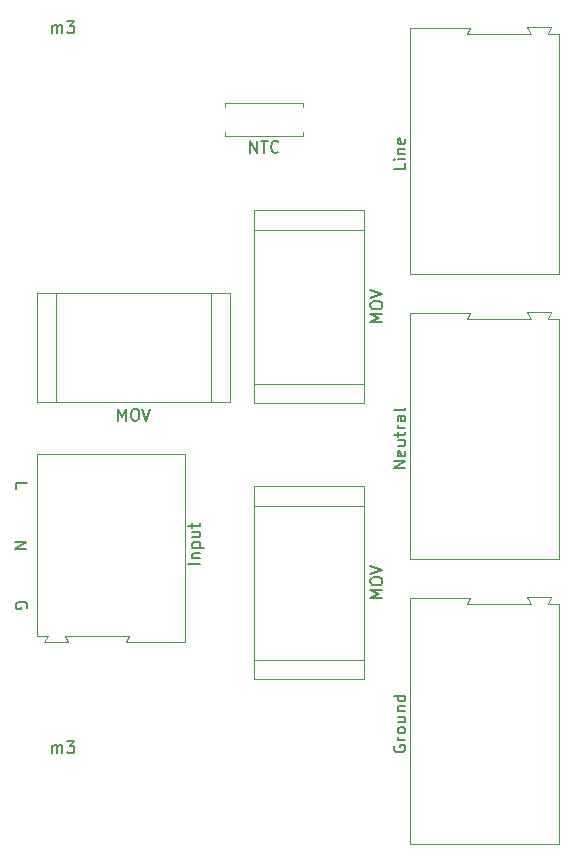
<source format=gbr>
%TF.GenerationSoftware,KiCad,Pcbnew,(5.1.10)-1*%
%TF.CreationDate,2021-10-01T01:20:56-04:00*%
%TF.ProjectId,Circuit Protector,43697263-7569-4742-9050-726f74656374,rev?*%
%TF.SameCoordinates,Original*%
%TF.FileFunction,Legend,Top*%
%TF.FilePolarity,Positive*%
%FSLAX46Y46*%
G04 Gerber Fmt 4.6, Leading zero omitted, Abs format (unit mm)*
G04 Created by KiCad (PCBNEW (5.1.10)-1) date 2021-10-01 01:20:56*
%MOMM*%
%LPD*%
G01*
G04 APERTURE LIST*
%ADD10C,0.150000*%
%ADD11C,0.120000*%
G04 APERTURE END LIST*
D10*
X165092000Y-121165904D02*
X165139619Y-121070666D01*
X165139619Y-120927809D01*
X165092000Y-120784952D01*
X164996761Y-120689714D01*
X164901523Y-120642095D01*
X164711047Y-120594476D01*
X164568190Y-120594476D01*
X164377714Y-120642095D01*
X164282476Y-120689714D01*
X164187238Y-120784952D01*
X164139619Y-120927809D01*
X164139619Y-121023047D01*
X164187238Y-121165904D01*
X164234857Y-121213523D01*
X164568190Y-121213523D01*
X164568190Y-121023047D01*
X165044380Y-116109714D02*
X164044380Y-116109714D01*
X165044380Y-115538285D01*
X164044380Y-115538285D01*
X164139619Y-111053523D02*
X164139619Y-110577333D01*
X165139619Y-110577333D01*
D11*
%TO.C,Ground*%
X197535000Y-141080000D02*
X197535000Y-120280000D01*
X197535000Y-120280000D02*
X202585000Y-120280000D01*
X202585000Y-120280000D02*
X202335000Y-120780000D01*
X202335000Y-120780000D02*
X207735000Y-120780000D01*
X207735000Y-120780000D02*
X207435000Y-120230000D01*
X207435000Y-120230000D02*
X209485000Y-120230000D01*
X209485000Y-120230000D02*
X209185000Y-120780000D01*
X209185000Y-120780000D02*
X210135000Y-120780000D01*
X210135000Y-120780000D02*
X210135000Y-141080000D01*
X210135000Y-141080000D02*
X197535000Y-141080000D01*
%TO.C,Input*%
X178512000Y-108094000D02*
X165912000Y-108094000D01*
X165912000Y-108094000D02*
X165912000Y-123494000D01*
X165912000Y-123494000D02*
X166862000Y-123494000D01*
X166862000Y-123494000D02*
X166562000Y-123994000D01*
X166562000Y-123994000D02*
X168562000Y-123994000D01*
X168562000Y-123994000D02*
X168312000Y-123494000D01*
X168312000Y-123494000D02*
X173712000Y-123494000D01*
X173712000Y-123494000D02*
X173462000Y-123994000D01*
X173462000Y-123994000D02*
X178512000Y-123994000D01*
X178512000Y-123994000D02*
X178512000Y-108094000D01*
%TO.C,Line*%
X197535000Y-92820000D02*
X197535000Y-72020000D01*
X197535000Y-72020000D02*
X202585000Y-72020000D01*
X202585000Y-72020000D02*
X202335000Y-72520000D01*
X202335000Y-72520000D02*
X207735000Y-72520000D01*
X207735000Y-72520000D02*
X207435000Y-71970000D01*
X207435000Y-71970000D02*
X209485000Y-71970000D01*
X209485000Y-71970000D02*
X209185000Y-72520000D01*
X209185000Y-72520000D02*
X210135000Y-72520000D01*
X210135000Y-72520000D02*
X210135000Y-92820000D01*
X210135000Y-92820000D02*
X197535000Y-92820000D01*
%TO.C,Neutral*%
X210135000Y-116950000D02*
X197535000Y-116950000D01*
X210135000Y-96650000D02*
X210135000Y-116950000D01*
X209185000Y-96650000D02*
X210135000Y-96650000D01*
X209485000Y-96100000D02*
X209185000Y-96650000D01*
X207435000Y-96100000D02*
X209485000Y-96100000D01*
X207735000Y-96650000D02*
X207435000Y-96100000D01*
X202335000Y-96650000D02*
X207735000Y-96650000D01*
X202585000Y-96150000D02*
X202335000Y-96650000D01*
X197535000Y-96150000D02*
X202585000Y-96150000D01*
X197535000Y-116950000D02*
X197535000Y-96150000D01*
%TO.C,MOV*%
X193596000Y-87463000D02*
X193596000Y-103803000D01*
X184356000Y-87463000D02*
X184356000Y-103803000D01*
X193596000Y-87463000D02*
X184356000Y-87463000D01*
X193596000Y-103803000D02*
X184356000Y-103803000D01*
X193596000Y-89082000D02*
X184356000Y-89082000D01*
X193596000Y-102184000D02*
X184356000Y-102184000D01*
X193596000Y-125552000D02*
X184356000Y-125552000D01*
X193596000Y-112450000D02*
X184356000Y-112450000D01*
X193596000Y-127171000D02*
X184356000Y-127171000D01*
X193596000Y-110831000D02*
X184356000Y-110831000D01*
X184356000Y-110831000D02*
X184356000Y-127171000D01*
X193596000Y-110831000D02*
X193596000Y-127171000D01*
X182285000Y-103680000D02*
X165945000Y-103680000D01*
X182285000Y-94440000D02*
X165945000Y-94440000D01*
X182285000Y-103680000D02*
X182285000Y-94440000D01*
X165945000Y-103680000D02*
X165945000Y-94440000D01*
X180666000Y-103680000D02*
X180666000Y-94440000D01*
X167564000Y-103680000D02*
X167564000Y-94440000D01*
%TO.C,NTC*%
X188436000Y-80796000D02*
X188436000Y-81126000D01*
X188436000Y-81126000D02*
X181896000Y-81126000D01*
X181896000Y-81126000D02*
X181896000Y-80796000D01*
X188436000Y-78716000D02*
X188436000Y-78386000D01*
X188436000Y-78386000D02*
X181896000Y-78386000D01*
X181896000Y-78386000D02*
X181896000Y-78716000D01*
%TO.C,m3*%
D10*
X167243238Y-72452380D02*
X167243238Y-71785714D01*
X167243238Y-71880952D02*
X167290857Y-71833333D01*
X167386095Y-71785714D01*
X167528952Y-71785714D01*
X167624190Y-71833333D01*
X167671809Y-71928571D01*
X167671809Y-72452380D01*
X167671809Y-71928571D02*
X167719428Y-71833333D01*
X167814666Y-71785714D01*
X167957523Y-71785714D01*
X168052761Y-71833333D01*
X168100380Y-71928571D01*
X168100380Y-72452380D01*
X168481333Y-71452380D02*
X169100380Y-71452380D01*
X168767047Y-71833333D01*
X168909904Y-71833333D01*
X169005142Y-71880952D01*
X169052761Y-71928571D01*
X169100380Y-72023809D01*
X169100380Y-72261904D01*
X169052761Y-72357142D01*
X169005142Y-72404761D01*
X168909904Y-72452380D01*
X168624190Y-72452380D01*
X168528952Y-72404761D01*
X168481333Y-72357142D01*
X167243238Y-133412380D02*
X167243238Y-132745714D01*
X167243238Y-132840952D02*
X167290857Y-132793333D01*
X167386095Y-132745714D01*
X167528952Y-132745714D01*
X167624190Y-132793333D01*
X167671809Y-132888571D01*
X167671809Y-133412380D01*
X167671809Y-132888571D02*
X167719428Y-132793333D01*
X167814666Y-132745714D01*
X167957523Y-132745714D01*
X168052761Y-132793333D01*
X168100380Y-132888571D01*
X168100380Y-133412380D01*
X168481333Y-132412380D02*
X169100380Y-132412380D01*
X168767047Y-132793333D01*
X168909904Y-132793333D01*
X169005142Y-132840952D01*
X169052761Y-132888571D01*
X169100380Y-132983809D01*
X169100380Y-133221904D01*
X169052761Y-133317142D01*
X169005142Y-133364761D01*
X168909904Y-133412380D01*
X168624190Y-133412380D01*
X168528952Y-133364761D01*
X168481333Y-133317142D01*
%TO.C,Ground*%
X196185000Y-132787142D02*
X196137380Y-132882380D01*
X196137380Y-133025238D01*
X196185000Y-133168095D01*
X196280238Y-133263333D01*
X196375476Y-133310952D01*
X196565952Y-133358571D01*
X196708809Y-133358571D01*
X196899285Y-133310952D01*
X196994523Y-133263333D01*
X197089761Y-133168095D01*
X197137380Y-133025238D01*
X197137380Y-132930000D01*
X197089761Y-132787142D01*
X197042142Y-132739523D01*
X196708809Y-132739523D01*
X196708809Y-132930000D01*
X197137380Y-132310952D02*
X196470714Y-132310952D01*
X196661190Y-132310952D02*
X196565952Y-132263333D01*
X196518333Y-132215714D01*
X196470714Y-132120476D01*
X196470714Y-132025238D01*
X197137380Y-131549047D02*
X197089761Y-131644285D01*
X197042142Y-131691904D01*
X196946904Y-131739523D01*
X196661190Y-131739523D01*
X196565952Y-131691904D01*
X196518333Y-131644285D01*
X196470714Y-131549047D01*
X196470714Y-131406190D01*
X196518333Y-131310952D01*
X196565952Y-131263333D01*
X196661190Y-131215714D01*
X196946904Y-131215714D01*
X197042142Y-131263333D01*
X197089761Y-131310952D01*
X197137380Y-131406190D01*
X197137380Y-131549047D01*
X196470714Y-130358571D02*
X197137380Y-130358571D01*
X196470714Y-130787142D02*
X196994523Y-130787142D01*
X197089761Y-130739523D01*
X197137380Y-130644285D01*
X197137380Y-130501428D01*
X197089761Y-130406190D01*
X197042142Y-130358571D01*
X196470714Y-129882380D02*
X197137380Y-129882380D01*
X196565952Y-129882380D02*
X196518333Y-129834761D01*
X196470714Y-129739523D01*
X196470714Y-129596666D01*
X196518333Y-129501428D01*
X196613571Y-129453809D01*
X197137380Y-129453809D01*
X197137380Y-128549047D02*
X196137380Y-128549047D01*
X197089761Y-128549047D02*
X197137380Y-128644285D01*
X197137380Y-128834761D01*
X197089761Y-128930000D01*
X197042142Y-128977619D01*
X196946904Y-129025238D01*
X196661190Y-129025238D01*
X196565952Y-128977619D01*
X196518333Y-128930000D01*
X196470714Y-128834761D01*
X196470714Y-128644285D01*
X196518333Y-128549047D01*
%TO.C,Input*%
X179764380Y-117386857D02*
X178764380Y-117386857D01*
X179097714Y-116910666D02*
X179764380Y-116910666D01*
X179192952Y-116910666D02*
X179145333Y-116863047D01*
X179097714Y-116767809D01*
X179097714Y-116624952D01*
X179145333Y-116529714D01*
X179240571Y-116482095D01*
X179764380Y-116482095D01*
X179097714Y-116005904D02*
X180097714Y-116005904D01*
X179145333Y-116005904D02*
X179097714Y-115910666D01*
X179097714Y-115720190D01*
X179145333Y-115624952D01*
X179192952Y-115577333D01*
X179288190Y-115529714D01*
X179573904Y-115529714D01*
X179669142Y-115577333D01*
X179716761Y-115624952D01*
X179764380Y-115720190D01*
X179764380Y-115910666D01*
X179716761Y-116005904D01*
X179097714Y-114672571D02*
X179764380Y-114672571D01*
X179097714Y-115101142D02*
X179621523Y-115101142D01*
X179716761Y-115053523D01*
X179764380Y-114958285D01*
X179764380Y-114815428D01*
X179716761Y-114720190D01*
X179669142Y-114672571D01*
X179097714Y-114339238D02*
X179097714Y-113958285D01*
X178764380Y-114196380D02*
X179621523Y-114196380D01*
X179716761Y-114148761D01*
X179764380Y-114053523D01*
X179764380Y-113958285D01*
%TO.C,Line*%
X197137380Y-83479523D02*
X197137380Y-83955714D01*
X196137380Y-83955714D01*
X197137380Y-83146190D02*
X196470714Y-83146190D01*
X196137380Y-83146190D02*
X196185000Y-83193809D01*
X196232619Y-83146190D01*
X196185000Y-83098571D01*
X196137380Y-83146190D01*
X196232619Y-83146190D01*
X196470714Y-82670000D02*
X197137380Y-82670000D01*
X196565952Y-82670000D02*
X196518333Y-82622380D01*
X196470714Y-82527142D01*
X196470714Y-82384285D01*
X196518333Y-82289047D01*
X196613571Y-82241428D01*
X197137380Y-82241428D01*
X197089761Y-81384285D02*
X197137380Y-81479523D01*
X197137380Y-81670000D01*
X197089761Y-81765238D01*
X196994523Y-81812857D01*
X196613571Y-81812857D01*
X196518333Y-81765238D01*
X196470714Y-81670000D01*
X196470714Y-81479523D01*
X196518333Y-81384285D01*
X196613571Y-81336666D01*
X196708809Y-81336666D01*
X196804047Y-81812857D01*
%TO.C,Neutral*%
X197137380Y-109276190D02*
X196137380Y-109276190D01*
X197137380Y-108704761D01*
X196137380Y-108704761D01*
X197089761Y-107847619D02*
X197137380Y-107942857D01*
X197137380Y-108133333D01*
X197089761Y-108228571D01*
X196994523Y-108276190D01*
X196613571Y-108276190D01*
X196518333Y-108228571D01*
X196470714Y-108133333D01*
X196470714Y-107942857D01*
X196518333Y-107847619D01*
X196613571Y-107800000D01*
X196708809Y-107800000D01*
X196804047Y-108276190D01*
X196470714Y-106942857D02*
X197137380Y-106942857D01*
X196470714Y-107371428D02*
X196994523Y-107371428D01*
X197089761Y-107323809D01*
X197137380Y-107228571D01*
X197137380Y-107085714D01*
X197089761Y-106990476D01*
X197042142Y-106942857D01*
X196470714Y-106609523D02*
X196470714Y-106228571D01*
X196137380Y-106466666D02*
X196994523Y-106466666D01*
X197089761Y-106419047D01*
X197137380Y-106323809D01*
X197137380Y-106228571D01*
X197137380Y-105895238D02*
X196470714Y-105895238D01*
X196661190Y-105895238D02*
X196565952Y-105847619D01*
X196518333Y-105800000D01*
X196470714Y-105704761D01*
X196470714Y-105609523D01*
X197137380Y-104847619D02*
X196613571Y-104847619D01*
X196518333Y-104895238D01*
X196470714Y-104990476D01*
X196470714Y-105180952D01*
X196518333Y-105276190D01*
X197089761Y-104847619D02*
X197137380Y-104942857D01*
X197137380Y-105180952D01*
X197089761Y-105276190D01*
X196994523Y-105323809D01*
X196899285Y-105323809D01*
X196804047Y-105276190D01*
X196756428Y-105180952D01*
X196756428Y-104942857D01*
X196708809Y-104847619D01*
X197137380Y-104228571D02*
X197089761Y-104323809D01*
X196994523Y-104371428D01*
X196137380Y-104371428D01*
%TO.C,MOV*%
X195178380Y-96918714D02*
X194178380Y-96918714D01*
X194892666Y-96585380D01*
X194178380Y-96252047D01*
X195178380Y-96252047D01*
X194178380Y-95585380D02*
X194178380Y-95394904D01*
X194226000Y-95299666D01*
X194321238Y-95204428D01*
X194511714Y-95156809D01*
X194845047Y-95156809D01*
X195035523Y-95204428D01*
X195130761Y-95299666D01*
X195178380Y-95394904D01*
X195178380Y-95585380D01*
X195130761Y-95680619D01*
X195035523Y-95775857D01*
X194845047Y-95823476D01*
X194511714Y-95823476D01*
X194321238Y-95775857D01*
X194226000Y-95680619D01*
X194178380Y-95585380D01*
X194178380Y-94871095D02*
X195178380Y-94537761D01*
X194178380Y-94204428D01*
X195178380Y-120286714D02*
X194178380Y-120286714D01*
X194892666Y-119953380D01*
X194178380Y-119620047D01*
X195178380Y-119620047D01*
X194178380Y-118953380D02*
X194178380Y-118762904D01*
X194226000Y-118667666D01*
X194321238Y-118572428D01*
X194511714Y-118524809D01*
X194845047Y-118524809D01*
X195035523Y-118572428D01*
X195130761Y-118667666D01*
X195178380Y-118762904D01*
X195178380Y-118953380D01*
X195130761Y-119048619D01*
X195035523Y-119143857D01*
X194845047Y-119191476D01*
X194511714Y-119191476D01*
X194321238Y-119143857D01*
X194226000Y-119048619D01*
X194178380Y-118953380D01*
X194178380Y-118239095D02*
X195178380Y-117905761D01*
X194178380Y-117572428D01*
X172829285Y-105262380D02*
X172829285Y-104262380D01*
X173162619Y-104976666D01*
X173495952Y-104262380D01*
X173495952Y-105262380D01*
X174162619Y-104262380D02*
X174353095Y-104262380D01*
X174448333Y-104310000D01*
X174543571Y-104405238D01*
X174591190Y-104595714D01*
X174591190Y-104929047D01*
X174543571Y-105119523D01*
X174448333Y-105214761D01*
X174353095Y-105262380D01*
X174162619Y-105262380D01*
X174067380Y-105214761D01*
X173972142Y-105119523D01*
X173924523Y-104929047D01*
X173924523Y-104595714D01*
X173972142Y-104405238D01*
X174067380Y-104310000D01*
X174162619Y-104262380D01*
X174876904Y-104262380D02*
X175210238Y-105262380D01*
X175543571Y-104262380D01*
%TO.C,NTC*%
X183999333Y-82578380D02*
X183999333Y-81578380D01*
X184570761Y-82578380D01*
X184570761Y-81578380D01*
X184904095Y-81578380D02*
X185475523Y-81578380D01*
X185189809Y-82578380D02*
X185189809Y-81578380D01*
X186380285Y-82483142D02*
X186332666Y-82530761D01*
X186189809Y-82578380D01*
X186094571Y-82578380D01*
X185951714Y-82530761D01*
X185856476Y-82435523D01*
X185808857Y-82340285D01*
X185761238Y-82149809D01*
X185761238Y-82006952D01*
X185808857Y-81816476D01*
X185856476Y-81721238D01*
X185951714Y-81626000D01*
X186094571Y-81578380D01*
X186189809Y-81578380D01*
X186332666Y-81626000D01*
X186380285Y-81673619D01*
%TD*%
M02*

</source>
